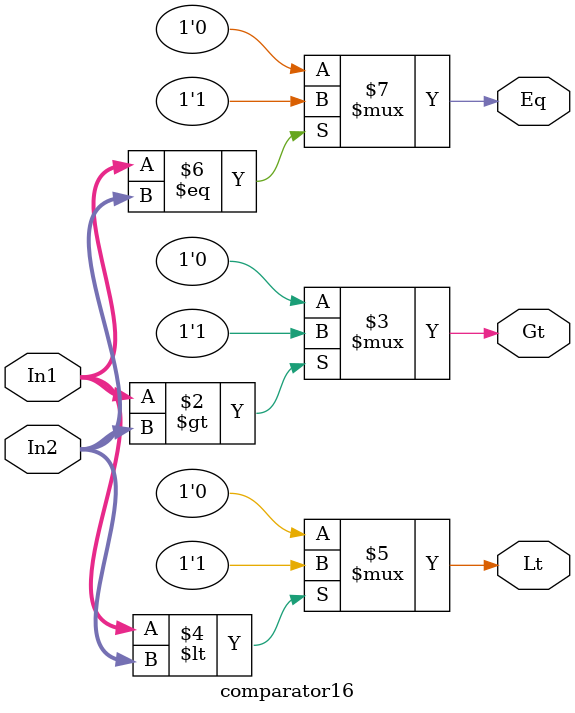
<source format=v>
module comparator16 ( In1,In2,Gt,Lt,Eq); 

    input [7:0]  In1,In2; //The two 8-bit Inputs In1 and In2 

    output reg  Gt, Lt, Eq; //The Outputs of comparison 


    always @ (In1 or In2) //Check the state of the input lines 

    begin 

        Gt = ( In1 > In2 )? 1'b1 : 1'b0;
        Lt = ( In1 < In2 )? 1'b1 : 1'b0;
        Eq = ( In1 == In2)? 1'b1 : 1'b0; 

    end 

endmodule

</source>
